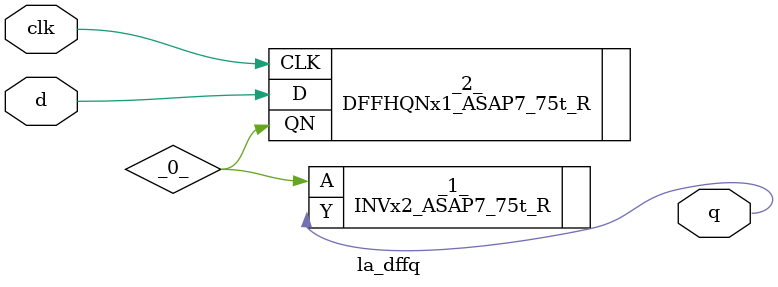
<source format=v>

/* Generated by Yosys 0.44 (git sha1 80ba43d26, g++ 11.4.0-1ubuntu1~22.04 -fPIC -O3) */

(* top =  1  *)
(* src = "generated" *)
(* keep_hierarchy *)
module la_dffq (
    d,
    clk,
    q
);
  wire _0_;
  (* src = "generated" *)
  input clk;
  wire clk;
  (* src = "generated" *)
  input d;
  wire d;
  (* src = "generated" *)
  output q;
  wire q;
  INVx2_ASAP7_75t_R _1_ (
      .A(_0_),
      .Y(q)
  );
  (* src = "generated" *)
  DFFHQNx1_ASAP7_75t_R _2_ (
      .CLK(clk),
      .D  (d),
      .QN (_0_)
  );
endmodule

</source>
